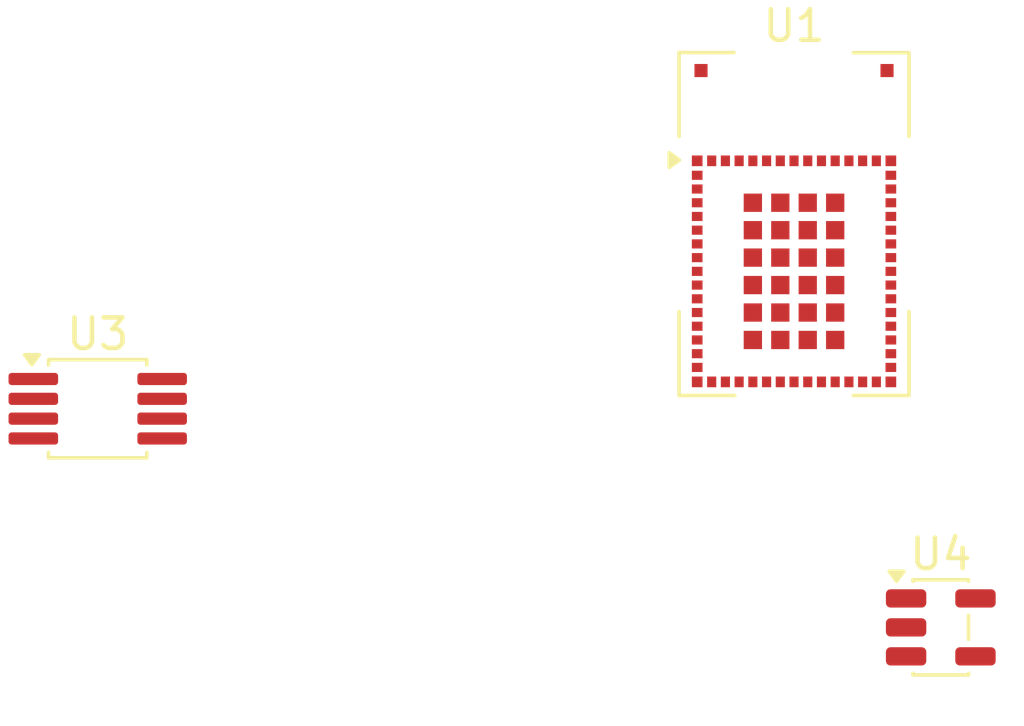
<source format=kicad_pcb>
(kicad_pcb (version 20241229) (generator "pcbnew") (generator_version "9.0")
  (layers (0 "F.Cu" signal) (2 "B.Cu" signal) (13 "F.Paste" user) (15 "B.Paste" user) (5 "F.SilkS" user "F.Silkscreen") (7 "B.SilkS" user "B.Silkscreen") (1 "F.Mask" user) (3 "B.Mask" user) (25 "Edge.Cuts" user))
  (net 0 "")
  (net 14 "Net-(U1-VSS-Pad31)")
  (footprint "RF_Module:ST-SiP-LGA-86-11x7.3mm" (layer "F.Cu") (at 154.825 83.825)
    (property "Reference" "U1" (at 0 -6.5 0) (layer "F.SilkS"))
    (property "Value" "STM32WB5MMG")
    (fp_line (start -3.77 -5.625) (end -3.77 -2.87) (stroke (width 0.12)) (layer "F.SilkS"))
    (fp_line (start -3.77 5.62) (end -3.77 2.87) (stroke (width 0.12)) (layer "F.SilkS"))
    (fp_line (start -1.97 -5.625) (end -3.77 -5.625) (stroke (width 0.12)) (layer "F.SilkS"))
    (fp_line (start -1.945 5.62) (end -3.77 5.62) (stroke (width 0.12)) (layer "F.SilkS"))
    (fp_line (start 1.945 -5.62) (end 3.77 -5.62) (stroke (width 0.12)) (layer "F.SilkS"))
    (fp_line (start 1.945 5.62) (end 3.77 5.62) (stroke (width 0.12)) (layer "F.SilkS"))
    (fp_line (start 3.77 -5.62) (end 3.77 -2.87) (stroke (width 0.12)) (layer "F.SilkS"))
    (fp_line (start 3.77 5.62) (end 3.77 2.87) (stroke (width 0.12)) (layer "F.SilkS"))
    (fp_poly (pts (xy -3.76 -2.1) (xy -4.09 -1.86) (xy -4.09 -2.34) (xy -3.76 -2.1)) (stroke (width 0.12)) (fill yes) (layer "F.SilkS"))
    (pad "1" smd rect (at -3.175 -2.075) (size 0.35 0.35) (layers "F.Cu" "F.Mask" "F.Paste"))
    (pad "2" smd rect (at -3.175 -1.6) (size 0.35 0.3) (layers "F.Cu" "F.Mask" "F.Paste"))
    (pad "3" smd rect (at -3.175 -1.15) (size 0.35 0.3) (layers "F.Cu" "F.Mask" "F.Paste"))
    (pad "4" smd rect (at -3.175 -0.7) (size 0.35 0.3) (layers "F.Cu" "F.Mask" "F.Paste"))
    (pad "5" smd rect (at -3.175 -0.25) (size 0.35 0.3) (layers "F.Cu" "F.Mask" "F.Paste") (net 14 "Net-(U1-VSS-Pad31)"))
    (pad "6" smd rect (at -3.175 0.2) (size 0.35 0.3) (layers "F.Cu" "F.Mask" "F.Paste"))
    (pad "7" smd rect (at -3.175 0.65) (size 0.35 0.3) (layers "F.Cu" "F.Mask" "F.Paste"))
    (pad "8" smd rect (at -3.175 1.1) (size 0.35 0.3) (layers "F.Cu" "F.Mask" "F.Paste"))
    (pad "9" smd rect (at -3.175 1.55) (size 0.35 0.3) (layers "F.Cu" "F.Mask" "F.Paste"))
    (pad "10" smd rect (at -3.175 2) (size 0.35 0.3) (layers "F.Cu" "F.Mask" "F.Paste"))
    (pad "11" smd rect (at -3.175 2.45) (size 0.35 0.3) (layers "F.Cu" "F.Mask" "F.Paste"))
    (pad "12" smd rect (at -3.175 2.9) (size 0.35 0.3) (layers "F.Cu" "F.Mask" "F.Paste"))
    (pad "13" smd rect (at -3.175 3.35) (size 0.35 0.3) (layers "F.Cu" "F.Mask" "F.Paste"))
    (pad "14" smd rect (at -3.175 3.8) (size 0.35 0.3) (layers "F.Cu" "F.Mask" "F.Paste"))
    (pad "15" smd rect (at -3.175 4.25) (size 0.35 0.3) (layers "F.Cu" "F.Mask" "F.Paste"))
    (pad "16" smd rect (at -3.175 4.7) (size 0.35 0.3) (layers "F.Cu" "F.Mask" "F.Paste"))
    (pad "17" smd rect (at -3.175 5.175) (size 0.35 0.35) (layers "F.Cu" "F.Mask" "F.Paste"))
    (pad "18" smd rect (at -2.7 5.175) (size 0.3 0.35) (layers "F.Cu" "F.Mask" "F.Paste"))
    (pad "19" smd rect (at -2.25 5.175) (size 0.3 0.35) (layers "F.Cu" "F.Mask" "F.Paste"))
    (pad "20" smd rect (at -1.8 5.175) (size 0.3 0.35) (layers "F.Cu" "F.Mask" "F.Paste"))
    (pad "21" smd rect (at -1.35 5.175) (size 0.3 0.35) (layers "F.Cu" "F.Mask" "F.Paste"))
    (pad "22" smd rect (at -0.9 5.175) (size 0.3 0.35) (layers "F.Cu" "F.Mask" "F.Paste"))
    (pad "23" smd rect (at -0.45 5.175) (size 0.3 0.35) (layers "F.Cu" "F.Mask" "F.Paste"))
    (pad "24" smd rect (at 0 5.175) (size 0.3 0.35) (layers "F.Cu" "F.Mask" "F.Paste"))
    (pad "25" smd rect (at 0.45 5.175) (size 0.3 0.35) (layers "F.Cu" "F.Mask" "F.Paste"))
    (pad "26" smd rect (at 0.9 5.175) (size 0.3 0.35) (layers "F.Cu" "F.Mask" "F.Paste"))
    (pad "27" smd rect (at 1.35 5.175) (size 0.3 0.35) (layers "F.Cu" "F.Mask" "F.Paste"))
    (pad "28" smd rect (at 1.8 5.175) (size 0.3 0.35) (layers "F.Cu" "F.Mask" "F.Paste"))
    (pad "29" smd rect (at 2.25 5.175) (size 0.3 0.35) (layers "F.Cu" "F.Mask" "F.Paste"))
    (pad "30" smd rect (at 2.7 5.175) (size 0.3 0.35) (layers "F.Cu" "F.Mask" "F.Paste"))
    (pad "31" smd rect (at 3.175 5.175) (size 0.35 0.35) (layers "F.Cu" "F.Mask" "F.Paste") (net 14 "Net-(U1-VSS-Pad31)"))
    (pad "32" smd rect (at 3.175 4.7) (size 0.35 0.3) (layers "F.Cu" "F.Mask" "F.Paste"))
    (pad "33" smd rect (at 3.175 4.25) (size 0.35 0.3) (layers "F.Cu" "F.Mask" "F.Paste"))
    (pad "34" smd rect (at 3.175 3.8) (size 0.35 0.3) (layers "F.Cu" "F.Mask" "F.Paste"))
    (pad "35" smd rect (at 3.175 3.35) (size 0.35 0.3) (layers "F.Cu" "F.Mask" "F.Paste"))
    (pad "36" smd rect (at 3.175 2.9) (size 0.35 0.3) (layers "F.Cu" "F.Mask" "F.Paste"))
    (pad "37" smd rect (at 3.175 2.45) (size 0.35 0.3) (layers "F.Cu" "F.Mask" "F.Paste"))
    (pad "38" smd rect (at 3.175 2) (size 0.35 0.3) (layers "F.Cu" "F.Mask" "F.Paste"))
    (pad "39" smd rect (at 3.175 1.55) (size 0.35 0.3) (layers "F.Cu" "F.Mask" "F.Paste"))
    (pad "40" smd rect (at 3.175 1.1) (size 0.35 0.3) (layers "F.Cu" "F.Mask" "F.Paste"))
    (pad "41" smd rect (at 3.175 0.65) (size 0.35 0.3) (layers "F.Cu" "F.Mask" "F.Paste"))
    (pad "42" smd rect (at 3.175 0.2) (size 0.35 0.3) (layers "F.Cu" "F.Mask" "F.Paste"))
    (pad "43" smd rect (at 3.175 -0.25) (size 0.35 0.3) (layers "F.Cu" "F.Mask" "F.Paste"))
    (pad "44" smd rect (at 3.175 -0.7) (size 0.35 0.3) (layers "F.Cu" "F.Mask" "F.Paste"))
    (pad "45" smd rect (at 3.175 -1.15) (size 0.35 0.3) (layers "F.Cu" "F.Mask" "F.Paste"))
    (pad "46" smd rect (at 3.175 -1.6) (size 0.35 0.3) (layers "F.Cu" "F.Mask" "F.Paste"))
    (pad "47" smd rect (at 3.175 -2.075) (size 0.35 0.35) (layers "F.Cu" "F.Mask" "F.Paste"))
    (pad "48" smd rect (at 2.7 -2.075) (size 0.3 0.35) (layers "F.Cu" "F.Mask" "F.Paste"))
    (pad "49" smd rect (at 2.25 -2.075) (size 0.3 0.35) (layers "F.Cu" "F.Mask" "F.Paste"))
    (pad "50" smd rect (at 1.8 -2.075) (size 0.3 0.35) (layers "F.Cu" "F.Mask" "F.Paste"))
    (pad "51" smd rect (at 1.35 -2.075) (size 0.3 0.35) (layers "F.Cu" "F.Mask" "F.Paste"))
    (pad "52" smd rect (at 0.9 -2.075) (size 0.3 0.35) (layers "F.Cu" "F.Mask" "F.Paste"))
    (pad "53" smd rect (at 0.45 -2.075) (size 0.3 0.35) (layers "F.Cu" "F.Mask" "F.Paste"))
    (pad "54" smd rect (at 0 -2.075) (size 0.3 0.35) (layers "F.Cu" "F.Mask" "F.Paste"))
    (pad "55" smd rect (at -0.45 -2.075) (size 0.3 0.35) (layers "F.Cu" "F.Mask" "F.Paste"))
    (pad "56" smd rect (at -0.9 -2.075) (size 0.3 0.35) (layers "F.Cu" "F.Mask" "F.Paste"))
    (pad "57" smd rect (at -1.35 -2.075) (size 0.3 0.35) (layers "F.Cu" "F.Mask" "F.Paste") (net 14 "Net-(U1-VSS-Pad31)"))
    (pad "58" smd rect (at -1.8 -2.075) (size 0.3 0.35) (layers "F.Cu" "F.Mask" "F.Paste"))
    (pad "59" smd rect (at -2.25 -2.075) (size 0.3 0.35) (layers "F.Cu" "F.Mask" "F.Paste"))
    (pad "60" smd rect (at -2.7 -2.075) (size 0.3 0.35) (layers "F.Cu" "F.Mask" "F.Paste") (net 14 "Net-(U1-VSS-Pad31)"))
    (pad "61" smd rect (at -1.35 -0.7) (size 0.6 0.6) (layers "F.Cu" "F.Mask" "F.Paste"))
    (pad "62" smd rect (at -1.35 0.2) (size 0.6 0.6) (layers "F.Cu" "F.Mask" "F.Paste"))
    (pad "63" smd rect (at -1.35 1.1) (size 0.6 0.6) (layers "F.Cu" "F.Mask" "F.Paste"))
    (pad "64" smd rect (at -1.35 2) (size 0.6 0.6) (layers "F.Cu" "F.Mask" "F.Paste"))
    (pad "65" smd rect (at -1.35 2.9) (size 0.6 0.6) (layers "F.Cu" "F.Mask" "F.Paste"))
    (pad "66" smd rect (at -1.35 3.8) (size 0.6 0.6) (layers "F.Cu" "F.Mask" "F.Paste"))
    (pad "67" smd rect (at -0.45 3.8) (size 0.6 0.6) (layers "F.Cu" "F.Mask" "F.Paste"))
    (pad "68" smd rect (at 0.45 3.8) (size 0.6 0.6) (layers "F.Cu" "F.Mask" "F.Paste"))
    (pad "69" smd rect (at 1.35 3.8) (size 0.6 0.6) (layers "F.Cu" "F.Mask" "F.Paste"))
    (pad "70" smd rect (at 1.35 2.9) (size 0.6 0.6) (layers "F.Cu" "F.Mask" "F.Paste"))
    (pad "71" smd rect (at 1.35 2) (size 0.6 0.6) (layers "F.Cu" "F.Mask" "F.Paste"))
    (pad "72" smd rect (at 1.35 1.1) (size 0.6 0.6) (layers "F.Cu" "F.Mask" "F.Paste"))
    (pad "73" smd rect (at 1.35 0.2) (size 0.6 0.6) (layers "F.Cu" "F.Mask" "F.Paste"))
    (pad "74" smd rect (at 1.35 -0.7) (size 0.6 0.6) (layers "F.Cu" "F.Mask" "F.Paste"))
    (pad "75" smd rect (at 0.45 -0.7) (size 0.6 0.6) (layers "F.Cu" "F.Mask" "F.Paste"))
    (pad "76" smd rect (at -0.45 -0.7) (size 0.6 0.6) (layers "F.Cu" "F.Mask" "F.Paste"))
    (pad "77" smd rect (at -0.45 0.2) (size 0.6 0.6) (layers "F.Cu" "F.Mask" "F.Paste"))
    (pad "78" smd rect (at -0.45 1.1) (size 0.6 0.6) (layers "F.Cu" "F.Mask" "F.Paste"))
    (pad "79" smd rect (at -0.45 2) (size 0.6 0.6) (layers "F.Cu" "F.Mask" "F.Paste"))
    (pad "80" smd rect (at -0.45 2.9) (size 0.6 0.6) (layers "F.Cu" "F.Mask" "F.Paste"))
    (pad "81" smd rect (at 0.45 2.9) (size 0.6 0.6) (layers "F.Cu" "F.Mask" "F.Paste"))
    (pad "82" smd rect (at 0.45 2) (size 0.6 0.6) (layers "F.Cu" "F.Mask" "F.Paste"))
    (pad "83" smd rect (at 0.45 1.1) (size 0.6 0.6) (layers "F.Cu" "F.Mask" "F.Paste"))
    (pad "84" smd rect (at 0.45 0.2) (size 0.6 0.6) (layers "F.Cu" "F.Mask" "F.Paste") (net 14 "Net-(U1-VSS-Pad31)"))
    (pad "85" smd rect (at -3.05 -5.035) (size 0.43 0.43) (layers "F.Cu" "F.Mask" "F.Paste"))
    (pad "86" smd rect (at 3.05 -5.035) (size 0.43 0.43) (layers "F.Cu" "F.Mask" "F.Paste") (net 14 "Net-(U1-VSS-Pad31)"))
  )
  (footprint "Package_SO:MSOP-8_3x3mm_P0.65mm" (layer "F.Cu") (at 131.9925 89.88)
    (property "Reference" "U3" (at 0 -2.45 0) (layer "F.SilkS"))
    (property "Value" "AD8212")
    (fp_line (start -1.61 -1.61) (end 1.61 -1.61) (stroke (width 0.12)) (layer "F.SilkS"))
    (fp_line (start -1.61 -1.435) (end -1.61 -1.61) (stroke (width 0.12)) (layer "F.SilkS"))
    (fp_line (start -1.61 1.61) (end -1.61 1.435) (stroke (width 0.12)) (layer "F.SilkS"))
    (fp_line (start 1.61 -1.61) (end 1.61 -1.435) (stroke (width 0.12)) (layer "F.SilkS"))
    (fp_line (start 1.61 1.435) (end 1.61 1.61) (stroke (width 0.12)) (layer "F.SilkS"))
    (fp_line (start 1.61 1.61) (end -1.61 1.61) (stroke (width 0.12)) (layer "F.SilkS"))
    (fp_poly (pts (xy -2.16 -1.44) (xy -2.4 -1.77) (xy -1.92 -1.77)) (stroke (width 0.12)) (fill yes) (layer "F.SilkS"))
    (pad "1" smd roundrect (at -2.1125 -0.975) (size 1.625 0.4) (layers "F.Cu" "F.Mask" "F.Paste"))
    (pad "2" smd roundrect (at -2.1125 -0.325) (size 1.625 0.4) (layers "F.Cu" "F.Mask" "F.Paste"))
    (pad "3" smd roundrect (at -2.1125 0.325) (size 1.625 0.4) (layers "F.Cu" "F.Mask" "F.Paste"))
    (pad "4" smd roundrect (at -2.1125 0.975) (size 1.625 0.4) (layers "F.Cu" "F.Mask" "F.Paste"))
    (pad "5" smd roundrect (at 2.1125 0.975) (size 1.625 0.4) (layers "F.Cu" "F.Mask" "F.Paste"))
    (pad "6" smd roundrect (at 2.1125 0.325) (size 1.625 0.4) (layers "F.Cu" "F.Mask" "F.Paste"))
    (pad "7" smd roundrect (at 2.1125 -0.325) (size 1.625 0.4) (layers "F.Cu" "F.Mask" "F.Paste"))
    (pad "8" smd roundrect (at 2.1125 -0.975) (size 1.625 0.4) (layers "F.Cu" "F.Mask" "F.Paste"))
  )
  (footprint "Package_TO_SOT_SMD:SOT-23-5" (layer "F.Cu") (at 159.6375 97.05)
    (property "Reference" "U4" (at 0 -2.4 0) (layer "F.SilkS"))
    (property "Value" "INA139")
    (fp_line (start -0.91 -1.56) (end 0.91 -1.56) (stroke (width 0.12)) (layer "F.SilkS"))
    (fp_line (start -0.91 -1.51) (end -0.91 -1.56) (stroke (width 0.12)) (layer "F.SilkS"))
    (fp_line (start -0.91 1.56) (end -0.91 1.51) (stroke (width 0.12)) (layer "F.SilkS"))
    (fp_line (start 0.91 -1.56) (end 0.91 -1.51) (stroke (width 0.12)) (layer "F.SilkS"))
    (fp_line (start 0.91 -0.39) (end 0.91 0.39) (stroke (width 0.12)) (layer "F.SilkS"))
    (fp_line (start 0.91 1.51) (end 0.91 1.56) (stroke (width 0.12)) (layer "F.SilkS"))
    (fp_line (start 0.91 1.56) (end -0.91 1.56) (stroke (width 0.12)) (layer "F.SilkS"))
    (fp_poly (pts (xy -1.45 -1.51) (xy -1.69 -1.84) (xy -1.21 -1.84)) (stroke (width 0.12)) (fill yes) (layer "F.SilkS"))
    (pad "1" smd roundrect (at -1.1375 -0.95) (size 1.325 0.6) (layers "F.Cu" "F.Mask" "F.Paste"))
    (pad "2" smd roundrect (at -1.1375 0) (size 1.325 0.6) (layers "F.Cu" "F.Mask" "F.Paste"))
    (pad "3" smd roundrect (at -1.1375 0.95) (size 1.325 0.6) (layers "F.Cu" "F.Mask" "F.Paste"))
    (pad "4" smd roundrect (at 1.1375 0.95) (size 1.325 0.6) (layers "F.Cu" "F.Mask" "F.Paste"))
    (pad "5" smd roundrect (at 1.1375 -0.95) (size 1.325 0.6) (layers "F.Cu" "F.Mask" "F.Paste"))
  )
)
</source>
